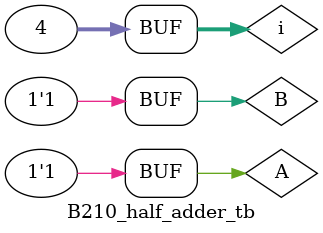
<source format=v>
`timescale 1ns / 1ps


module B210_half_adder_tb;

	// Inputs
	reg A;
	reg B;

	// Outputs
	wire sum;
	wire carry;

	// Instantiate the Unit Under Test (UUT)
	half_adder uut (
		.A(A), 
		.B(B), 
		.sum(sum), 
		.carry(carry)
	);
	
	integer i;

	initial begin
		// Initialize Inputs

		// Wait 100 ns for global reset to finish
		#100;
        
		for(i=0; i<4; i = i + 1)
			begin
				{A,B} = i;
				#10;
			end
		// Add stimulus here

	end
      
endmodule

</source>
